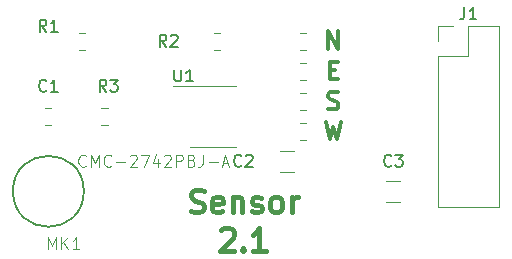
<source format=gbr>
G04 #@! TF.GenerationSoftware,KiCad,Pcbnew,(5.1.5-0-10_14)*
G04 #@! TF.CreationDate,2020-06-27T09:28:46-05:00*
G04 #@! TF.ProjectId,Sensors,53656e73-6f72-4732-9e6b-696361645f70,rev?*
G04 #@! TF.SameCoordinates,Original*
G04 #@! TF.FileFunction,Legend,Top*
G04 #@! TF.FilePolarity,Positive*
%FSLAX46Y46*%
G04 Gerber Fmt 4.6, Leading zero omitted, Abs format (unit mm)*
G04 Created by KiCad (PCBNEW (5.1.5-0-10_14)) date 2020-06-27 09:28:46*
%MOMM*%
%LPD*%
G04 APERTURE LIST*
%ADD10C,0.300000*%
%ADD11C,0.381000*%
%ADD12C,0.127000*%
%ADD13C,0.120000*%
%ADD14C,0.050000*%
%ADD15C,0.150000*%
G04 APERTURE END LIST*
D10*
X149431428Y-81943571D02*
X149431428Y-80443571D01*
X150288571Y-81943571D01*
X150288571Y-80443571D01*
X149538571Y-83707857D02*
X150038571Y-83707857D01*
X150252857Y-84493571D02*
X149538571Y-84493571D01*
X149538571Y-82993571D01*
X150252857Y-82993571D01*
X149431428Y-86972142D02*
X149645714Y-87043571D01*
X150002857Y-87043571D01*
X150145714Y-86972142D01*
X150217142Y-86900714D01*
X150288571Y-86757857D01*
X150288571Y-86615000D01*
X150217142Y-86472142D01*
X150145714Y-86400714D01*
X150002857Y-86329285D01*
X149717142Y-86257857D01*
X149574285Y-86186428D01*
X149502857Y-86115000D01*
X149431428Y-85972142D01*
X149431428Y-85829285D01*
X149502857Y-85686428D01*
X149574285Y-85615000D01*
X149717142Y-85543571D01*
X150074285Y-85543571D01*
X150288571Y-85615000D01*
X149217142Y-88093571D02*
X149574285Y-89593571D01*
X149860000Y-88522142D01*
X150145714Y-89593571D01*
X150502857Y-88093571D01*
D11*
X137795000Y-95671821D02*
X138067142Y-95762535D01*
X138520714Y-95762535D01*
X138702142Y-95671821D01*
X138792857Y-95581107D01*
X138883571Y-95399678D01*
X138883571Y-95218250D01*
X138792857Y-95036821D01*
X138702142Y-94946107D01*
X138520714Y-94855392D01*
X138157857Y-94764678D01*
X137976428Y-94673964D01*
X137885714Y-94583250D01*
X137795000Y-94401821D01*
X137795000Y-94220392D01*
X137885714Y-94038964D01*
X137976428Y-93948250D01*
X138157857Y-93857535D01*
X138611428Y-93857535D01*
X138883571Y-93948250D01*
X140425714Y-95671821D02*
X140244285Y-95762535D01*
X139881428Y-95762535D01*
X139700000Y-95671821D01*
X139609285Y-95490392D01*
X139609285Y-94764678D01*
X139700000Y-94583250D01*
X139881428Y-94492535D01*
X140244285Y-94492535D01*
X140425714Y-94583250D01*
X140516428Y-94764678D01*
X140516428Y-94946107D01*
X139609285Y-95127535D01*
X141332857Y-94492535D02*
X141332857Y-95762535D01*
X141332857Y-94673964D02*
X141423571Y-94583250D01*
X141605000Y-94492535D01*
X141877142Y-94492535D01*
X142058571Y-94583250D01*
X142149285Y-94764678D01*
X142149285Y-95762535D01*
X142965714Y-95671821D02*
X143147142Y-95762535D01*
X143510000Y-95762535D01*
X143691428Y-95671821D01*
X143782142Y-95490392D01*
X143782142Y-95399678D01*
X143691428Y-95218250D01*
X143510000Y-95127535D01*
X143237857Y-95127535D01*
X143056428Y-95036821D01*
X142965714Y-94855392D01*
X142965714Y-94764678D01*
X143056428Y-94583250D01*
X143237857Y-94492535D01*
X143510000Y-94492535D01*
X143691428Y-94583250D01*
X144870714Y-95762535D02*
X144689285Y-95671821D01*
X144598571Y-95581107D01*
X144507857Y-95399678D01*
X144507857Y-94855392D01*
X144598571Y-94673964D01*
X144689285Y-94583250D01*
X144870714Y-94492535D01*
X145142857Y-94492535D01*
X145324285Y-94583250D01*
X145415000Y-94673964D01*
X145505714Y-94855392D01*
X145505714Y-95399678D01*
X145415000Y-95581107D01*
X145324285Y-95671821D01*
X145142857Y-95762535D01*
X144870714Y-95762535D01*
X146322142Y-95762535D02*
X146322142Y-94492535D01*
X146322142Y-94855392D02*
X146412857Y-94673964D01*
X146503571Y-94583250D01*
X146685000Y-94492535D01*
X146866428Y-94492535D01*
X140335000Y-97277464D02*
X140425714Y-97186750D01*
X140607142Y-97096035D01*
X141060714Y-97096035D01*
X141242142Y-97186750D01*
X141332857Y-97277464D01*
X141423571Y-97458892D01*
X141423571Y-97640321D01*
X141332857Y-97912464D01*
X140244285Y-99001035D01*
X141423571Y-99001035D01*
X142240000Y-98819607D02*
X142330714Y-98910321D01*
X142240000Y-99001035D01*
X142149285Y-98910321D01*
X142240000Y-98819607D01*
X142240000Y-99001035D01*
X144145000Y-99001035D02*
X143056428Y-99001035D01*
X143600714Y-99001035D02*
X143600714Y-97096035D01*
X143419285Y-97368178D01*
X143237857Y-97549607D01*
X143056428Y-97640321D01*
D12*
X128730000Y-93980000D02*
G75*
G03X128730000Y-93980000I-3000000J0D01*
G01*
D13*
X147578578Y-88190000D02*
X147061422Y-88190000D01*
X147578578Y-89610000D02*
X147061422Y-89610000D01*
X147578578Y-83110000D02*
X147061422Y-83110000D01*
X147578578Y-84530000D02*
X147061422Y-84530000D01*
X147578578Y-85650000D02*
X147061422Y-85650000D01*
X147578578Y-87070000D02*
X147061422Y-87070000D01*
X147578578Y-80570000D02*
X147061422Y-80570000D01*
X147578578Y-81990000D02*
X147061422Y-81990000D01*
X146522064Y-90530000D02*
X145317936Y-90530000D01*
X146522064Y-92350000D02*
X145317936Y-92350000D01*
X158690000Y-79950000D02*
X160020000Y-79950000D01*
X158690000Y-81280000D02*
X158690000Y-79950000D01*
X161290000Y-79950000D02*
X163890000Y-79950000D01*
X161290000Y-82550000D02*
X161290000Y-79950000D01*
X158690000Y-82550000D02*
X161290000Y-82550000D01*
X163890000Y-79950000D02*
X163890000Y-95310000D01*
X158690000Y-82550000D02*
X158690000Y-95310000D01*
X158690000Y-95310000D02*
X163890000Y-95310000D01*
X128861078Y-80570000D02*
X128343922Y-80570000D01*
X128861078Y-81990000D02*
X128343922Y-81990000D01*
X139700000Y-85070000D02*
X136250000Y-85070000D01*
X139700000Y-85070000D02*
X141650000Y-85070000D01*
X139700000Y-90190000D02*
X137750000Y-90190000D01*
X139700000Y-90190000D02*
X141650000Y-90190000D01*
X140291078Y-80570000D02*
X139773922Y-80570000D01*
X140291078Y-81990000D02*
X139773922Y-81990000D01*
X130736078Y-86920000D02*
X130218922Y-86920000D01*
X130736078Y-88340000D02*
X130218922Y-88340000D01*
X155542064Y-93070000D02*
X154337936Y-93070000D01*
X155542064Y-94890000D02*
X154337936Y-94890000D01*
X125988578Y-86920000D02*
X125471422Y-86920000D01*
X125988578Y-88340000D02*
X125471422Y-88340000D01*
D14*
X125690414Y-98885952D02*
X125690414Y-97884202D01*
X126024331Y-98599738D01*
X126358247Y-97884202D01*
X126358247Y-98885952D01*
X126835271Y-98885952D02*
X126835271Y-97884202D01*
X127407700Y-98885952D02*
X126978378Y-98313524D01*
X127407700Y-97884202D02*
X126835271Y-98456631D01*
X128361747Y-98885952D02*
X127789319Y-98885952D01*
X128075533Y-98885952D02*
X128075533Y-97884202D01*
X127980128Y-98027309D01*
X127884724Y-98122714D01*
X127789319Y-98170416D01*
X128897771Y-91797639D02*
X128850086Y-91845324D01*
X128707030Y-91893009D01*
X128611660Y-91893009D01*
X128468604Y-91845324D01*
X128373233Y-91749954D01*
X128325548Y-91654583D01*
X128277863Y-91463842D01*
X128277863Y-91320786D01*
X128325548Y-91130045D01*
X128373233Y-91034675D01*
X128468604Y-90939305D01*
X128611660Y-90891619D01*
X128707030Y-90891619D01*
X128850086Y-90939305D01*
X128897771Y-90986990D01*
X129326938Y-91893009D02*
X129326938Y-90891619D01*
X129660735Y-91606898D01*
X129994531Y-90891619D01*
X129994531Y-91893009D01*
X131043607Y-91797639D02*
X130995921Y-91845324D01*
X130852866Y-91893009D01*
X130757495Y-91893009D01*
X130614440Y-91845324D01*
X130519069Y-91749954D01*
X130471384Y-91654583D01*
X130423699Y-91463842D01*
X130423699Y-91320786D01*
X130471384Y-91130045D01*
X130519069Y-91034675D01*
X130614440Y-90939305D01*
X130757495Y-90891619D01*
X130852866Y-90891619D01*
X130995921Y-90939305D01*
X131043607Y-90986990D01*
X131472774Y-91511527D02*
X132235738Y-91511527D01*
X132664905Y-90986990D02*
X132712590Y-90939305D01*
X132807960Y-90891619D01*
X133046387Y-90891619D01*
X133141757Y-90939305D01*
X133189442Y-90986990D01*
X133237128Y-91082360D01*
X133237128Y-91177731D01*
X133189442Y-91320786D01*
X132617220Y-91893009D01*
X133237128Y-91893009D01*
X133570924Y-90891619D02*
X134238518Y-90891619D01*
X133809350Y-91893009D01*
X135049167Y-91225416D02*
X135049167Y-91893009D01*
X134810740Y-90843934D02*
X134572314Y-91559213D01*
X135192222Y-91559213D01*
X135526019Y-90986990D02*
X135573704Y-90939305D01*
X135669075Y-90891619D01*
X135907501Y-90891619D01*
X136002871Y-90939305D01*
X136050557Y-90986990D01*
X136098242Y-91082360D01*
X136098242Y-91177731D01*
X136050557Y-91320786D01*
X135478334Y-91893009D01*
X136098242Y-91893009D01*
X136527409Y-91893009D02*
X136527409Y-90891619D01*
X136908891Y-90891619D01*
X137004261Y-90939305D01*
X137051947Y-90986990D01*
X137099632Y-91082360D01*
X137099632Y-91225416D01*
X137051947Y-91320786D01*
X137004261Y-91368472D01*
X136908891Y-91416157D01*
X136527409Y-91416157D01*
X137862596Y-91368472D02*
X138005651Y-91416157D01*
X138053337Y-91463842D01*
X138101022Y-91559213D01*
X138101022Y-91702268D01*
X138053337Y-91797639D01*
X138005651Y-91845324D01*
X137910281Y-91893009D01*
X137528799Y-91893009D01*
X137528799Y-90891619D01*
X137862596Y-90891619D01*
X137957966Y-90939305D01*
X138005651Y-90986990D01*
X138053337Y-91082360D01*
X138053337Y-91177731D01*
X138005651Y-91273101D01*
X137957966Y-91320786D01*
X137862596Y-91368472D01*
X137528799Y-91368472D01*
X138816300Y-90891619D02*
X138816300Y-91606898D01*
X138768615Y-91749954D01*
X138673245Y-91845324D01*
X138530189Y-91893009D01*
X138434819Y-91893009D01*
X139293153Y-91511527D02*
X140056117Y-91511527D01*
X140485284Y-91606898D02*
X140962136Y-91606898D01*
X140389913Y-91893009D02*
X140723710Y-90891619D01*
X141057507Y-91893009D01*
D15*
X142073333Y-91797142D02*
X142025714Y-91844761D01*
X141882857Y-91892380D01*
X141787619Y-91892380D01*
X141644761Y-91844761D01*
X141549523Y-91749523D01*
X141501904Y-91654285D01*
X141454285Y-91463809D01*
X141454285Y-91320952D01*
X141501904Y-91130476D01*
X141549523Y-91035238D01*
X141644761Y-90940000D01*
X141787619Y-90892380D01*
X141882857Y-90892380D01*
X142025714Y-90940000D01*
X142073333Y-90987619D01*
X142454285Y-90987619D02*
X142501904Y-90940000D01*
X142597142Y-90892380D01*
X142835238Y-90892380D01*
X142930476Y-90940000D01*
X142978095Y-90987619D01*
X143025714Y-91082857D01*
X143025714Y-91178095D01*
X142978095Y-91320952D01*
X142406666Y-91892380D01*
X143025714Y-91892380D01*
X160956666Y-78402380D02*
X160956666Y-79116666D01*
X160909047Y-79259523D01*
X160813809Y-79354761D01*
X160670952Y-79402380D01*
X160575714Y-79402380D01*
X161956666Y-79402380D02*
X161385238Y-79402380D01*
X161670952Y-79402380D02*
X161670952Y-78402380D01*
X161575714Y-78545238D01*
X161480476Y-78640476D01*
X161385238Y-78688095D01*
X125563333Y-80462380D02*
X125230000Y-79986190D01*
X124991904Y-80462380D02*
X124991904Y-79462380D01*
X125372857Y-79462380D01*
X125468095Y-79510000D01*
X125515714Y-79557619D01*
X125563333Y-79652857D01*
X125563333Y-79795714D01*
X125515714Y-79890952D01*
X125468095Y-79938571D01*
X125372857Y-79986190D01*
X124991904Y-79986190D01*
X126515714Y-80462380D02*
X125944285Y-80462380D01*
X126230000Y-80462380D02*
X126230000Y-79462380D01*
X126134761Y-79605238D01*
X126039523Y-79700476D01*
X125944285Y-79748095D01*
X136398095Y-83682380D02*
X136398095Y-84491904D01*
X136445714Y-84587142D01*
X136493333Y-84634761D01*
X136588571Y-84682380D01*
X136779047Y-84682380D01*
X136874285Y-84634761D01*
X136921904Y-84587142D01*
X136969523Y-84491904D01*
X136969523Y-83682380D01*
X137969523Y-84682380D02*
X137398095Y-84682380D01*
X137683809Y-84682380D02*
X137683809Y-83682380D01*
X137588571Y-83825238D01*
X137493333Y-83920476D01*
X137398095Y-83968095D01*
X135723333Y-81732380D02*
X135390000Y-81256190D01*
X135151904Y-81732380D02*
X135151904Y-80732380D01*
X135532857Y-80732380D01*
X135628095Y-80780000D01*
X135675714Y-80827619D01*
X135723333Y-80922857D01*
X135723333Y-81065714D01*
X135675714Y-81160952D01*
X135628095Y-81208571D01*
X135532857Y-81256190D01*
X135151904Y-81256190D01*
X136104285Y-80827619D02*
X136151904Y-80780000D01*
X136247142Y-80732380D01*
X136485238Y-80732380D01*
X136580476Y-80780000D01*
X136628095Y-80827619D01*
X136675714Y-80922857D01*
X136675714Y-81018095D01*
X136628095Y-81160952D01*
X136056666Y-81732380D01*
X136675714Y-81732380D01*
X130643333Y-85542380D02*
X130310000Y-85066190D01*
X130071904Y-85542380D02*
X130071904Y-84542380D01*
X130452857Y-84542380D01*
X130548095Y-84590000D01*
X130595714Y-84637619D01*
X130643333Y-84732857D01*
X130643333Y-84875714D01*
X130595714Y-84970952D01*
X130548095Y-85018571D01*
X130452857Y-85066190D01*
X130071904Y-85066190D01*
X130976666Y-84542380D02*
X131595714Y-84542380D01*
X131262380Y-84923333D01*
X131405238Y-84923333D01*
X131500476Y-84970952D01*
X131548095Y-85018571D01*
X131595714Y-85113809D01*
X131595714Y-85351904D01*
X131548095Y-85447142D01*
X131500476Y-85494761D01*
X131405238Y-85542380D01*
X131119523Y-85542380D01*
X131024285Y-85494761D01*
X130976666Y-85447142D01*
X154773333Y-91797142D02*
X154725714Y-91844761D01*
X154582857Y-91892380D01*
X154487619Y-91892380D01*
X154344761Y-91844761D01*
X154249523Y-91749523D01*
X154201904Y-91654285D01*
X154154285Y-91463809D01*
X154154285Y-91320952D01*
X154201904Y-91130476D01*
X154249523Y-91035238D01*
X154344761Y-90940000D01*
X154487619Y-90892380D01*
X154582857Y-90892380D01*
X154725714Y-90940000D01*
X154773333Y-90987619D01*
X155106666Y-90892380D02*
X155725714Y-90892380D01*
X155392380Y-91273333D01*
X155535238Y-91273333D01*
X155630476Y-91320952D01*
X155678095Y-91368571D01*
X155725714Y-91463809D01*
X155725714Y-91701904D01*
X155678095Y-91797142D01*
X155630476Y-91844761D01*
X155535238Y-91892380D01*
X155249523Y-91892380D01*
X155154285Y-91844761D01*
X155106666Y-91797142D01*
X125563333Y-85447142D02*
X125515714Y-85494761D01*
X125372857Y-85542380D01*
X125277619Y-85542380D01*
X125134761Y-85494761D01*
X125039523Y-85399523D01*
X124991904Y-85304285D01*
X124944285Y-85113809D01*
X124944285Y-84970952D01*
X124991904Y-84780476D01*
X125039523Y-84685238D01*
X125134761Y-84590000D01*
X125277619Y-84542380D01*
X125372857Y-84542380D01*
X125515714Y-84590000D01*
X125563333Y-84637619D01*
X126515714Y-85542380D02*
X125944285Y-85542380D01*
X126230000Y-85542380D02*
X126230000Y-84542380D01*
X126134761Y-84685238D01*
X126039523Y-84780476D01*
X125944285Y-84828095D01*
M02*

</source>
